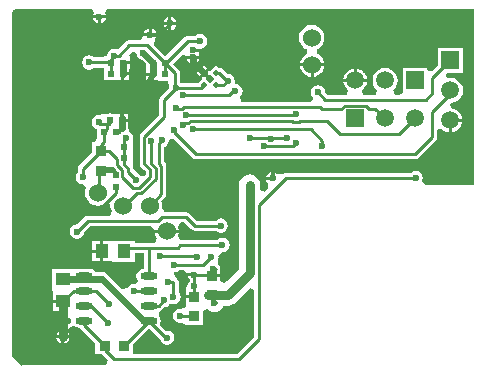
<source format=gbl>
G04 Layer_Physical_Order=2*
G04 Layer_Color=16711680*
%FSLAX25Y25*%
%MOIN*%
G70*
G01*
G75*
%ADD10R,0.04724X0.04488*%
%ADD11R,0.03347X0.03799*%
%ADD17R,0.02362X0.01968*%
%ADD18R,0.03799X0.03347*%
%ADD19R,0.04488X0.04724*%
%ADD34C,0.01000*%
%ADD35C,0.03150*%
%ADD36C,0.01181*%
%ADD37C,0.02362*%
%ADD41C,0.06000*%
%ADD42C,0.05905*%
%ADD43R,0.05905X0.05905*%
%ADD44R,0.05905X0.05905*%
%ADD45C,0.02362*%
%ADD46C,0.01968*%
%ADD47P,0.02784X4X360.0*%
%ADD48P,0.02227X4X360.0*%
%ADD49O,0.05709X0.02362*%
%ADD50R,0.17953X0.05118*%
%ADD51R,0.01968X0.02362*%
G36*
X59365Y-17300D02*
X62000D01*
Y-18300D01*
X59876D01*
X59945Y-18651D01*
X60427Y-19373D01*
Y-19928D01*
X59945Y-20649D01*
X59884Y-20956D01*
X59327Y-22252D01*
X59327Y-22252D01*
X59327Y-22252D01*
Y-24652D01*
X62000D01*
Y-25652D01*
X59327D01*
Y-28052D01*
X59327D01*
X59146Y-28567D01*
X57646Y-29180D01*
X57200Y-29092D01*
X56278Y-29275D01*
X55497Y-29797D01*
X54975Y-30578D01*
X54791Y-31500D01*
X54975Y-32422D01*
X55497Y-33203D01*
X56278Y-33725D01*
X57200Y-33909D01*
X57646Y-33820D01*
X57948Y-33999D01*
X59146Y-34729D01*
X59146Y-34729D01*
X59146Y-34729D01*
X64854D01*
Y-29792D01*
X66354Y-29283D01*
X66480Y-29446D01*
X67138Y-29951D01*
X67904Y-30268D01*
X68726Y-30377D01*
X69548Y-30268D01*
X70314Y-29951D01*
X70972Y-29446D01*
X71477Y-28788D01*
X71548Y-28616D01*
X71642D01*
Y-28391D01*
X71712Y-28222D01*
X73248D01*
X74173Y-28100D01*
X75035Y-27743D01*
X75775Y-27175D01*
X80600Y-22350D01*
X81986Y-22924D01*
Y-38690D01*
X76290Y-44386D01*
X43216D01*
X41729Y-44354D01*
Y-40843D01*
X46888Y-35684D01*
X50737Y-39533D01*
X50775Y-39722D01*
X51297Y-40503D01*
X52078Y-41025D01*
X53000Y-41208D01*
X53922Y-41025D01*
X54703Y-40503D01*
X55225Y-39722D01*
X55409Y-38800D01*
X55225Y-37878D01*
X54703Y-37097D01*
X53922Y-36575D01*
X53000Y-36391D01*
X52536Y-36484D01*
X50505Y-34453D01*
X50727Y-34122D01*
X50910Y-33200D01*
X50727Y-32278D01*
X50205Y-31497D01*
Y-30340D01*
X50436Y-29847D01*
X50756Y-29784D01*
X51312Y-29412D01*
X52044Y-28680D01*
X52822Y-28525D01*
X53603Y-28003D01*
X54018Y-27383D01*
X54128Y-27457D01*
X55050Y-27640D01*
X55971Y-27457D01*
X56753Y-26934D01*
X57275Y-26153D01*
X57458Y-25232D01*
X57275Y-24310D01*
X56764Y-23545D01*
Y-20339D01*
X56633Y-19683D01*
X56262Y-19127D01*
X56127Y-18992D01*
X55571Y-18620D01*
X55395Y-17090D01*
X56222Y-16925D01*
X56987Y-16414D01*
X58636D01*
X59365Y-17300D01*
D02*
G37*
G36*
X155100Y11900D02*
X138775D01*
X137973Y13400D01*
X138025Y13478D01*
X138208Y14400D01*
X138025Y15322D01*
X137503Y16103D01*
X136722Y16625D01*
X135800Y16808D01*
X134878Y16625D01*
X134113Y16114D01*
X92600D01*
X91944Y15984D01*
X91475Y15670D01*
X91451Y15660D01*
X91298Y15626D01*
X89672Y15872D01*
X88951Y16355D01*
X88600Y16424D01*
Y14300D01*
X88100D01*
Y13800D01*
X85976D01*
X86045Y13449D01*
X86528Y12728D01*
X86715Y10939D01*
X85460Y9684D01*
X84074Y10258D01*
Y12000D01*
X83952Y12925D01*
X83595Y13787D01*
X83027Y14527D01*
X82287Y15095D01*
X81425Y15452D01*
X80500Y15574D01*
X79575Y15452D01*
X78713Y15095D01*
X77973Y14527D01*
X77405Y13787D01*
X77048Y12925D01*
X76926Y12000D01*
Y-15916D01*
X72796Y-20046D01*
X72017Y-20609D01*
X70673Y-20095D01*
Y-18752D01*
X68000D01*
Y-17752D01*
X70673D01*
Y-15352D01*
X70495D01*
X70455Y-15149D01*
X69972Y-14427D01*
X69925Y-12822D01*
X70108Y-11900D01*
X70050Y-11606D01*
X71144Y-10407D01*
X71218Y-10372D01*
X71400Y-10408D01*
X72322Y-10225D01*
X73103Y-9703D01*
X73625Y-8922D01*
X73808Y-8000D01*
X73625Y-7078D01*
X73103Y-6297D01*
X72322Y-5775D01*
X71400Y-5592D01*
X70478Y-5775D01*
X69713Y-6286D01*
X57496D01*
X57273Y-6125D01*
X56493Y-4937D01*
X56697Y-4444D01*
X56769Y-3900D01*
X48831D01*
X48903Y-4444D01*
X49306Y-5417D01*
X49512Y-5686D01*
X48792Y-7186D01*
X42085D01*
Y-6457D01*
X35809D01*
X35235Y-6457D01*
X33810Y-6638D01*
X31640D01*
Y-10000D01*
Y-13362D01*
X33810D01*
X35235Y-13543D01*
X35809Y-13543D01*
X42085D01*
Y-10614D01*
X45114D01*
Y-15800D01*
X44233Y-15975D01*
X43452Y-16497D01*
X42930Y-17278D01*
X42747Y-18200D01*
X42930Y-19122D01*
X43301Y-19677D01*
X43216Y-19867D01*
X42568Y-20820D01*
X42468Y-20924D01*
X41800Y-20791D01*
X40878Y-20975D01*
X40097Y-21497D01*
X39627Y-22200D01*
X39539Y-22287D01*
X37969Y-22663D01*
X32843Y-17537D01*
X32062Y-17015D01*
X31140Y-16832D01*
X28972D01*
X28748Y-16497D01*
X27967Y-15975D01*
X27045Y-15791D01*
X23698D01*
X23243Y-15882D01*
X21743Y-15815D01*
X21743Y-15815D01*
X14657D01*
Y-22091D01*
X14657Y-22665D01*
X14657Y-22665D01*
X14838Y-23516D01*
X14838D01*
Y-26260D01*
X18200D01*
Y-27260D01*
X14838D01*
Y-30004D01*
X18194D01*
X18649Y-31504D01*
X18354Y-31701D01*
X17872Y-32423D01*
X17802Y-32774D01*
X19926D01*
Y-33774D01*
X17802D01*
X17872Y-34125D01*
X18354Y-34846D01*
X18454Y-34913D01*
X18297Y-35814D01*
X18003Y-36415D01*
X17349Y-36545D01*
X16627Y-37027D01*
X16145Y-37749D01*
X16076Y-38100D01*
X20324D01*
X20255Y-37749D01*
X19772Y-37027D01*
X19673Y-36961D01*
X19829Y-36060D01*
X20124Y-35458D01*
X20777Y-35328D01*
X21499Y-34846D01*
X22777Y-35425D01*
X23698Y-35609D01*
X23944D01*
X24160Y-35932D01*
X29071Y-40843D01*
Y-44354D01*
X31130D01*
X33176Y-46400D01*
X32555Y-47900D01*
X4700D01*
X4300Y-48300D01*
X1100Y-45100D01*
Y69066D01*
X1500Y70400D01*
X2834Y70800D01*
X27847D01*
X27890Y70755D01*
X28512Y69300D01*
X28345Y69051D01*
X28276Y68700D01*
X32524D01*
X32455Y69051D01*
X32288Y69300D01*
X32910Y70755D01*
X32953Y70800D01*
X155100D01*
Y11900D01*
D02*
G37*
%LPC*%
G36*
X115100Y50821D02*
X114568Y50751D01*
X113607Y50353D01*
X112781Y49719D01*
X112147Y48893D01*
X111749Y47932D01*
X111679Y47400D01*
X115100D01*
Y50821D01*
D02*
G37*
G36*
X47732Y48400D02*
X46050D01*
Y46916D01*
X47732D01*
Y48400D01*
D02*
G37*
G36*
X40350Y48700D02*
X38669D01*
Y47216D01*
X40350D01*
Y48700D01*
D02*
G37*
G36*
X105269Y51600D02*
X101800D01*
Y48131D01*
X102344Y48203D01*
X103317Y48606D01*
X104153Y49247D01*
X104794Y50083D01*
X105197Y51056D01*
X105269Y51600D01*
D02*
G37*
G36*
X100800D02*
X97331D01*
X97403Y51056D01*
X97806Y50083D01*
X98447Y49247D01*
X99283Y48606D01*
X100256Y48203D01*
X100800Y48131D01*
Y51600D01*
D02*
G37*
G36*
X116100Y50821D02*
Y47400D01*
X119521D01*
X119451Y47932D01*
X119053Y48893D01*
X118419Y49719D01*
X117593Y50353D01*
X116632Y50751D01*
X116100Y50821D01*
D02*
G37*
G36*
X39950Y35684D02*
X38269D01*
Y34200D01*
X39950D01*
Y35684D01*
D02*
G37*
G36*
X30640Y-10500D02*
X27896D01*
Y-13362D01*
X30640D01*
Y-10500D01*
D02*
G37*
G36*
X20324Y-39100D02*
X18700D01*
Y-40724D01*
X19051Y-40655D01*
X19772Y-40172D01*
X20255Y-39451D01*
X20324Y-39100D01*
D02*
G37*
G36*
X17700D02*
X16076D01*
X16145Y-39451D01*
X16627Y-40172D01*
X17349Y-40655D01*
X17700Y-40724D01*
Y-39100D01*
D02*
G37*
G36*
X151321Y33100D02*
X147900D01*
Y29679D01*
X148432Y29749D01*
X149393Y30147D01*
X150219Y30781D01*
X150853Y31607D01*
X151251Y32568D01*
X151321Y33100D01*
D02*
G37*
G36*
X87600Y16424D02*
X87249Y16355D01*
X86528Y15872D01*
X86045Y15151D01*
X85976Y14800D01*
X87600D01*
Y16424D01*
D02*
G37*
G36*
X30640Y-6638D02*
X27896D01*
Y-9500D01*
X30640D01*
Y-6638D01*
D02*
G37*
G36*
X56024Y65400D02*
X54400D01*
Y63776D01*
X54751Y63845D01*
X55472Y64328D01*
X55954Y65049D01*
X56024Y65400D01*
D02*
G37*
G36*
X53400D02*
X51776D01*
X51846Y65049D01*
X52328Y64328D01*
X53049Y63845D01*
X53400Y63776D01*
Y65400D01*
D02*
G37*
G36*
X47800Y64224D02*
Y62600D01*
X49424D01*
X49355Y62951D01*
X48873Y63673D01*
X48151Y64154D01*
X47800Y64224D01*
D02*
G37*
G36*
X29900Y67700D02*
X28276D01*
X28345Y67349D01*
X28828Y66628D01*
X29549Y66145D01*
X29900Y66076D01*
Y67700D01*
D02*
G37*
G36*
X54400Y68024D02*
Y66400D01*
X56024D01*
X55954Y66751D01*
X55472Y67472D01*
X54751Y67954D01*
X54400Y68024D01*
D02*
G37*
G36*
X53400D02*
X53049Y67954D01*
X52328Y67472D01*
X51846Y66751D01*
X51776Y66400D01*
X53400D01*
Y68024D01*
D02*
G37*
G36*
X32524Y67700D02*
X30900D01*
Y66076D01*
X31251Y66145D01*
X31973Y66628D01*
X32455Y67349D01*
X32524Y67700D01*
D02*
G37*
G36*
X61100Y54100D02*
X59476D01*
X59545Y53749D01*
X60027Y53027D01*
X60749Y52545D01*
X61100Y52476D01*
Y54100D01*
D02*
G37*
G36*
X65332Y51896D02*
X64421Y50986D01*
X65332Y50076D01*
X66242Y50986D01*
X65332Y51896D01*
D02*
G37*
G36*
X63714Y50279D02*
X62804Y49369D01*
X63714Y48458D01*
X64624Y49369D01*
X63714Y50279D01*
D02*
G37*
G36*
X63724Y54100D02*
X62100D01*
Y52476D01*
X62451Y52545D01*
X63173Y53027D01*
X63655Y53749D01*
X63724Y54100D01*
D02*
G37*
G36*
X46800Y64224D02*
X46449Y64154D01*
X45728Y63673D01*
X45245Y62951D01*
X45176Y62600D01*
X46800D01*
Y64224D01*
D02*
G37*
G36*
X64000Y62508D02*
X63078Y62325D01*
X62313Y61814D01*
X60000D01*
X59344Y61684D01*
X58788Y61312D01*
X52409Y54933D01*
X48638Y58704D01*
X48620Y58752D01*
X48873Y60527D01*
X49355Y61249D01*
X49424Y61600D01*
X45028D01*
X44367Y60516D01*
X44087Y60282D01*
X40268D01*
X39613Y60152D01*
X39057Y59781D01*
X36438Y57162D01*
X36278Y57269D01*
X35356Y57453D01*
X34434Y57269D01*
X33653Y56747D01*
X33131Y55966D01*
X32947Y55044D01*
X31969Y54965D01*
Y54741D01*
X31561Y54614D01*
X28687D01*
X27922Y55125D01*
X27000Y55309D01*
X26078Y55125D01*
X25297Y54603D01*
X24775Y53822D01*
X24591Y52900D01*
X24775Y51978D01*
X25297Y51197D01*
X26078Y50675D01*
X27000Y50491D01*
X27922Y50675D01*
X28687Y51186D01*
X31869D01*
Y47035D01*
X36594D01*
Y47216D01*
X37668D01*
Y49200D01*
X38168D01*
Y49700D01*
X40350D01*
Y50816D01*
X40450D01*
Y52300D01*
X38269D01*
Y53300D01*
X40450D01*
Y54784D01*
X40450D01*
X40258Y55247D01*
X41282Y56550D01*
X42337Y56513D01*
X42676Y56100D01*
X42845Y55249D01*
X43328Y54527D01*
X44049Y54045D01*
X44900Y53876D01*
X46050Y52579D01*
Y50716D01*
Y49400D01*
X48232D01*
Y48900D01*
X48731D01*
Y46916D01*
X49806D01*
Y46735D01*
X53232D01*
X53393Y46344D01*
X53738Y45235D01*
X53595Y44519D01*
X50788Y41712D01*
X50416Y41156D01*
X50286Y40500D01*
Y35396D01*
X44019Y29129D01*
X43648Y28573D01*
X43570Y28183D01*
X43147Y27929D01*
X42230Y28199D01*
X41525Y28722D01*
X41003Y29503D01*
X40222Y30025D01*
X39906Y31617D01*
X39950Y31716D01*
X39950D01*
Y33200D01*
X37769D01*
Y33700D01*
X37268D01*
Y35684D01*
X36194D01*
Y35865D01*
X34615D01*
X34587Y35884D01*
X33931Y36014D01*
X33276Y35884D01*
X33248Y35865D01*
X31469D01*
Y35865D01*
X30162Y35401D01*
X29278Y35225D01*
X28497Y34703D01*
X27975Y33922D01*
X27792Y33000D01*
X27975Y32078D01*
X28497Y31297D01*
X29278Y30775D01*
X29669Y30697D01*
Y27635D01*
X28959Y26429D01*
X27946D01*
Y22918D01*
X23688Y18660D01*
X23316Y18104D01*
X23186Y17448D01*
Y16335D01*
X22675Y15570D01*
X22491Y14648D01*
X22675Y13726D01*
X23197Y12945D01*
X23978Y12423D01*
X24900Y12240D01*
X24909Y12241D01*
X24938Y12224D01*
X25899Y10909D01*
X25727Y10492D01*
X25583Y9400D01*
X25727Y8309D01*
X26148Y7291D01*
X26818Y6418D01*
X27691Y5748D01*
X28708Y5327D01*
X29800Y5183D01*
X30891Y5327D01*
X31909Y5748D01*
X32613Y6289D01*
X33238Y6114D01*
X34034Y5585D01*
X33983Y5200D01*
X34126Y4109D01*
X34456Y3314D01*
X34146Y2528D01*
X33637Y1814D01*
X26504D01*
X25848Y1684D01*
X25292Y1312D01*
X22933Y-1047D01*
X22030Y-1227D01*
X21249Y-1749D01*
X20727Y-2530D01*
X20543Y-3452D01*
X20727Y-4374D01*
X21249Y-5155D01*
X22030Y-5677D01*
X22952Y-5861D01*
X23874Y-5677D01*
X24655Y-5155D01*
X25177Y-4374D01*
X25357Y-3471D01*
X27214Y-1614D01*
X47731D01*
X48650Y-2900D01*
X56769D01*
X56697Y-2356D01*
X56514Y-1914D01*
X57165Y-647D01*
X57441Y-414D01*
X58690D01*
X60988Y-2712D01*
X61544Y-3084D01*
X62200Y-3214D01*
X69144D01*
X69909Y-3725D01*
X70831Y-3909D01*
X71752Y-3725D01*
X72534Y-3203D01*
X73056Y-2422D01*
X73239Y-1500D01*
X73056Y-578D01*
X72534Y203D01*
X71752Y725D01*
X70831Y908D01*
X69909Y725D01*
X69144Y214D01*
X62910D01*
X60612Y2512D01*
X60056Y2884D01*
X59400Y3014D01*
X52344D01*
X51874Y3454D01*
X51227Y4514D01*
X51317Y5200D01*
X51174Y6291D01*
X51010Y6686D01*
X52155Y7831D01*
X52527Y8387D01*
X52657Y9043D01*
Y18503D01*
X52527Y19159D01*
X52155Y19715D01*
X51957Y19913D01*
Y24662D01*
X52022Y24675D01*
X52803Y25197D01*
X53325Y25978D01*
X53500Y26855D01*
X53699Y26992D01*
X54904Y27572D01*
X61256Y21219D01*
X61813Y20848D01*
X62468Y20718D01*
X135632D01*
X136287Y20848D01*
X136844Y21219D01*
X142412Y26788D01*
X142784Y27344D01*
X142914Y28000D01*
Y30489D01*
X144414Y30998D01*
X144581Y30781D01*
X145407Y30147D01*
X146368Y29749D01*
X146900Y29679D01*
Y33600D01*
X147400D01*
Y34100D01*
X151321D01*
X151251Y34632D01*
X150853Y35593D01*
X150219Y36419D01*
X149393Y37053D01*
X148432Y37451D01*
X148157Y37487D01*
X147617Y38091D01*
X147346Y38876D01*
X147339Y39038D01*
X147693Y39469D01*
X148479Y39573D01*
X149485Y39989D01*
X150348Y40652D01*
X151011Y41515D01*
X151427Y42521D01*
X151569Y43600D01*
X151427Y44679D01*
X151011Y45685D01*
X150348Y46548D01*
X149485Y47211D01*
X148479Y47627D01*
X147400Y47769D01*
X146695Y47677D01*
X145984Y48543D01*
X145810Y49013D01*
X146138Y49466D01*
X151534D01*
Y57734D01*
X143266D01*
Y51890D01*
X141234Y49858D01*
X139734Y50479D01*
Y51034D01*
X131466D01*
Y42766D01*
X130195Y42214D01*
X128748D01*
X128239Y43714D01*
X128548Y43952D01*
X129211Y44815D01*
X129627Y45821D01*
X129770Y46900D01*
X129627Y47979D01*
X129211Y48985D01*
X128548Y49848D01*
X127685Y50511D01*
X126679Y50927D01*
X125600Y51069D01*
X124521Y50927D01*
X123515Y50511D01*
X122652Y49848D01*
X121989Y48985D01*
X121573Y47979D01*
X121431Y46900D01*
X121573Y45821D01*
X121989Y44815D01*
X122652Y43952D01*
X122961Y43714D01*
X122452Y42214D01*
X118345D01*
X117941Y43714D01*
X118419Y44081D01*
X119053Y44907D01*
X119451Y45868D01*
X119521Y46400D01*
X115600D01*
X111679D01*
X111749Y45868D01*
X112147Y44907D01*
X112781Y44081D01*
X113259Y43714D01*
X112855Y42214D01*
X106410D01*
X105705Y42919D01*
X105525Y43822D01*
X105003Y44603D01*
X104222Y45125D01*
X103300Y45309D01*
X102378Y45125D01*
X101597Y44603D01*
X101075Y43822D01*
X100891Y42900D01*
X101075Y41978D01*
X101540Y41282D01*
X101440Y40817D01*
X101014Y39783D01*
X77863D01*
X77649Y40057D01*
X77403Y41697D01*
X77925Y42478D01*
X78109Y43400D01*
X77925Y44322D01*
X77403Y45103D01*
X76622Y45625D01*
X75700Y45809D01*
X75508Y46800D01*
X75325Y47722D01*
X74803Y48503D01*
X74022Y49025D01*
X73100Y49209D01*
X72863Y49161D01*
X71443Y50581D01*
X70887Y50952D01*
X70365Y51056D01*
X69269Y52152D01*
X67311Y50195D01*
X67300Y50206D01*
X67161Y50067D01*
X66949Y50279D01*
X65685Y49015D01*
X64421Y47751D01*
X64633Y47539D01*
X64494Y47400D01*
X64505Y47389D01*
X63330Y46214D01*
X57687D01*
X57214Y46530D01*
Y49369D01*
X57084Y50024D01*
X56712Y50581D01*
X54808Y52484D01*
X58088Y55764D01*
X59299Y55100D01*
X63724D01*
X63655Y55451D01*
X63447Y55762D01*
X63585Y56245D01*
X63655Y56349D01*
X63746Y56807D01*
X63865Y57226D01*
X64922Y57875D01*
X65703Y58397D01*
X66225Y59178D01*
X66408Y60100D01*
X66225Y61022D01*
X65703Y61803D01*
X64922Y62325D01*
X64000Y62508D01*
D02*
G37*
G36*
X101100Y65417D02*
X100008Y65273D01*
X98991Y64852D01*
X98118Y64182D01*
X97448Y63309D01*
X97026Y62292D01*
X96883Y61200D01*
X97026Y60109D01*
X97448Y59091D01*
X98118Y58218D01*
X98991Y57548D01*
X99536Y57322D01*
X99637Y55741D01*
X99283Y55594D01*
X98447Y54953D01*
X97806Y54117D01*
X97403Y53144D01*
X97331Y52600D01*
X105269D01*
X105197Y53144D01*
X104794Y54117D01*
X104153Y54953D01*
X103317Y55594D01*
X102864Y55782D01*
X102810Y57383D01*
X103209Y57548D01*
X104082Y58218D01*
X104752Y59091D01*
X105174Y60109D01*
X105317Y61200D01*
X105174Y62292D01*
X104752Y63309D01*
X104082Y64182D01*
X103209Y64852D01*
X102191Y65273D01*
X101100Y65417D01*
D02*
G37*
%LPD*%
D10*
X18200Y-26760D02*
D03*
Y-19240D02*
D03*
D11*
X30800Y16852D02*
D03*
Y23348D02*
D03*
X62000Y-31648D02*
D03*
Y-25152D02*
D03*
X68000Y-24748D02*
D03*
Y-18252D02*
D03*
D17*
X42669Y21100D02*
D03*
X38732D02*
D03*
X42669Y24700D02*
D03*
X38732D02*
D03*
X48232Y52700D02*
D03*
X52169D02*
D03*
X38269Y52800D02*
D03*
X34332D02*
D03*
X38168Y49200D02*
D03*
X34231D02*
D03*
X37769Y33700D02*
D03*
X33832D02*
D03*
X35969Y29800D02*
D03*
X32032D02*
D03*
X48232Y48900D02*
D03*
X52169D02*
D03*
D18*
X38648Y-41500D02*
D03*
X32152D02*
D03*
D19*
X31140Y-10000D02*
D03*
X38660D02*
D03*
D34*
X44900Y56032D02*
Y56100D01*
X46349Y58569D02*
X52169Y52749D01*
X36772Y55072D02*
X40268Y58569D01*
X46349D01*
X34231Y53920D02*
X35356Y55044D01*
X35383Y55072D01*
X50100Y62100D02*
X53900Y65900D01*
X47300Y62100D02*
X50100D01*
X74900Y43400D02*
X75700D01*
X72800Y46800D02*
X73100D01*
X71732Y45432D02*
X73100Y46800D01*
X52600Y52700D02*
X60000Y60100D01*
X64000D01*
X52169Y52700D02*
X52600D01*
X39760Y-8900D02*
X56500D01*
X46828Y-18200D02*
Y-8928D01*
X27500Y-28200D02*
X33200Y-33900D01*
X25372Y-28200D02*
X27500D01*
X29300Y-23200D02*
X33700Y-27600D01*
X25372Y-23200D02*
X29300D01*
X46828Y-33320D02*
Y-33200D01*
X38648Y-41500D02*
X46828Y-33320D01*
X52428Y-38800D02*
X53000D01*
X46828Y-33200D02*
X52428Y-38800D01*
X45100Y-33200D02*
X46828D01*
X52169Y52700D02*
Y52749D01*
X35383Y55072D02*
X36772D01*
X52000Y34686D02*
Y40500D01*
X33832Y17100D02*
X34600Y17868D01*
X33743Y23348D02*
X36263Y20828D01*
X30800Y23348D02*
X33743D01*
X39163Y27800D02*
X39300D01*
X38732Y27369D02*
X39163Y27800D01*
X38732Y24700D02*
Y27369D01*
Y21100D02*
Y24700D01*
X52000Y40500D02*
X56000Y44500D01*
X58900Y35000D02*
X59400Y35500D01*
X95700D01*
X60909Y33400D02*
X94509D01*
X60072Y32563D02*
X60909Y33400D01*
X61700Y30700D02*
X100800D01*
X55800Y37600D02*
Y38200D01*
X58400Y42000D02*
X73500D01*
X58350Y32050D02*
X58863Y32563D01*
X58477Y38069D02*
X103959D01*
X80500Y27700D02*
X87500D01*
X85194Y25106D02*
X85268Y25032D01*
X87700Y27500D02*
X87800Y27600D01*
X87500Y27700D02*
X87700Y27500D01*
X87800Y27600D02*
X92900D01*
X38660Y-10000D02*
X39760Y-8900D01*
X56500D02*
X57400Y-8000D01*
X71400D01*
X62900Y-12200D02*
X63000Y-12100D01*
X64900Y-14700D02*
X67700Y-11900D01*
X55300Y-14700D02*
X64900D01*
X57348Y-31648D02*
X62000D01*
X57200Y-31500D02*
X57348Y-31648D01*
X50500Y-11600D02*
X62300D01*
X62900Y-12200D01*
X53104Y-20204D02*
X54915D01*
X55050Y-20339D01*
Y-25232D02*
Y-20339D01*
X51900Y-26400D02*
Y-26300D01*
X50100Y-28200D02*
X51900Y-26400D01*
X46828Y-28200D02*
X50100D01*
X41800Y-23200D02*
X46828D01*
X18200Y-35000D02*
X19926Y-33274D01*
X49900Y100D02*
X51100Y1300D01*
X59400D01*
X62200Y-1500D01*
X70831D01*
X55200Y29700D02*
Y30500D01*
Y29700D02*
X62468Y22432D01*
X141400Y47600D02*
X147400Y53600D01*
X141400Y42600D02*
Y47600D01*
X139300Y40500D02*
X141400Y42600D01*
X105700Y40500D02*
X139300D01*
X103300Y42900D02*
X105700Y40500D01*
X95700Y35500D02*
X95800Y35600D01*
X103959Y38069D02*
X104528Y37500D01*
X57909D02*
X58477Y38069D01*
X97091Y33400D02*
X106100D01*
X96823Y33132D02*
X97091Y33400D01*
X94778Y33132D02*
X96823D01*
X94509Y33400D02*
X94778Y33132D01*
X120126Y37500D02*
X122400D01*
X119086Y38540D02*
X120126Y37500D01*
X112114Y38540D02*
X119086D01*
X111074Y37500D02*
X112114Y38540D01*
X104528Y37500D02*
X111074D01*
X122400D02*
X125600Y34300D01*
X56580Y37500D02*
X57909D01*
X58863Y32563D02*
X60072D01*
X55500Y45000D02*
X56000Y44500D01*
X64400D01*
X65332Y45432D01*
X55700Y38300D02*
X55800Y38200D01*
X65332Y49369D02*
X67300Y47400D01*
X70231Y49369D02*
X72800Y46800D01*
X69269Y49369D02*
X70231D01*
X69269Y45432D02*
X71732D01*
X73500Y42000D02*
X74900Y43400D01*
X52169Y48900D02*
Y52700D01*
X55500Y49369D01*
Y45000D02*
Y49369D01*
X55740Y38340D02*
X56580Y37500D01*
X55700Y38300D02*
X55740Y38340D01*
X34231Y52900D02*
Y53920D01*
X106100Y33400D02*
X110500Y29000D01*
X104700Y24900D02*
Y26800D01*
X135632Y22432D02*
X141200Y28000D01*
X62468Y22432D02*
X135632D01*
X100800Y30700D02*
X104700Y26800D01*
X94832Y25032D02*
X95800Y26000D01*
X85268Y25032D02*
X94832D01*
X141200Y28000D02*
Y36300D01*
X147400Y42500D01*
Y43600D01*
X24900Y17448D02*
X30800Y23348D01*
X24900Y14648D02*
Y17448D01*
X26504Y100D02*
X49900D01*
X22952Y-3452D02*
X26504Y100D01*
X30800Y16852D02*
X30817Y16869D01*
X30200Y16252D02*
X30800Y16852D01*
X30200Y10500D02*
Y16252D01*
X30800Y23348D02*
Y25300D01*
X33700Y32500D02*
X33832Y32631D01*
Y34200D01*
X33931Y34300D01*
X30100Y32500D02*
X33700D01*
X37868Y34300D02*
X37915Y34347D01*
Y37069D01*
X46576Y47245D02*
X48232Y48900D01*
X46576Y45731D02*
Y47245D01*
X38168Y52700D02*
X38269Y52800D01*
X37915Y48946D02*
X38168Y49200D01*
X37915Y45731D02*
Y48946D01*
X34231Y49200D02*
X34332Y49300D01*
Y52800D01*
X34231Y52900D02*
X34332Y52800D01*
X27000Y52900D02*
X34231D01*
X32152Y-42952D02*
Y-41500D01*
Y-42952D02*
X35300Y-46100D01*
X77000D01*
X83700Y-39400D01*
X130300Y29000D02*
X135600Y34300D01*
X110500Y29000D02*
X130300D01*
X62000Y-21322D02*
Y-17800D01*
X61900Y-25052D02*
X62000Y-25152D01*
Y-21500D01*
X25372Y-34720D02*
Y-33200D01*
Y-34720D02*
X32152Y-41500D01*
X21760Y-23200D02*
X25372D01*
X18200Y-26760D02*
X21760Y-23200D01*
X68400Y-16000D02*
X69100D01*
X67300Y-17800D02*
X69100Y-16000D01*
X62000Y-17800D02*
X67300D01*
X36263Y18828D02*
Y20828D01*
X30817Y16869D02*
X35600D01*
X34600Y17868D02*
X35600Y16869D01*
X33500Y17100D02*
X33832D01*
X39859Y16541D02*
Y17723D01*
X38732Y18851D02*
X39859Y17723D01*
X38732Y18851D02*
Y21100D01*
X36245Y18810D02*
X38072Y16983D01*
X38200Y5200D02*
X40300D01*
X61600Y54600D02*
X63854D01*
X61600Y57200D02*
X61900Y56900D01*
X35800Y9300D02*
Y11332D01*
X30900Y4400D02*
X35800Y9300D01*
X83700Y-39400D02*
Y5500D01*
X92600Y14400D01*
X135800D01*
X88100Y14300D02*
Y16900D01*
X87200Y17800D02*
X88100Y16900D01*
X50243Y26043D02*
X51100Y26900D01*
X45137Y19254D02*
Y26549D01*
X45232Y26643D01*
Y27918D01*
X52000Y34686D01*
X61900Y56900D02*
X63900D01*
X63854Y54600D02*
X63900Y54646D01*
Y56900D01*
X36768Y29800D02*
X37868Y30900D01*
X35969Y29800D02*
X36768D01*
X30800Y25300D02*
X32032Y26531D01*
Y29800D01*
X32900Y30669D01*
Y32631D01*
X33832D01*
X30100Y32500D02*
X30200Y32600D01*
Y33000D01*
X47700Y19219D02*
Y26700D01*
X44700Y16000D02*
X44900D01*
X50243Y19203D02*
X50943Y18503D01*
X50243Y19203D02*
Y26043D01*
X39859Y16541D02*
X42600Y13800D01*
Y13600D02*
Y13800D01*
X41578Y11131D02*
X43622D01*
X38719Y5200D02*
X42863Y9344D01*
X44000Y16700D02*
X44700Y16000D01*
X38072Y14637D02*
X41578Y11131D01*
X50943Y9043D02*
Y18503D01*
X42863Y9344D02*
X44363D01*
X49156Y14137D01*
Y17763D01*
X43622Y11131D02*
X47368Y14877D01*
Y17022D01*
X47100Y5200D02*
X50943Y9043D01*
X38072Y14637D02*
Y16983D01*
X45137Y19254D02*
X47368Y17022D01*
X47700Y19219D02*
X49156Y17763D01*
D35*
X18200Y-35000D02*
Y-26760D01*
Y-38600D02*
Y-35000D01*
X66700Y-24648D02*
X73248D01*
X80500Y-17396D01*
Y12000D01*
D36*
X68726Y-27200D02*
X69252D01*
X66700Y-24648D02*
X69252Y-27200D01*
D37*
X44900Y56032D02*
X48232Y52700D01*
X61600Y53100D02*
X65332Y49369D01*
X20560Y-19240D02*
X31140D01*
X45100Y-33200D01*
X42669Y18032D02*
X44000Y16700D01*
X42669Y21100D02*
Y24700D01*
X48232Y48900D02*
Y52700D01*
X38168Y49200D02*
Y52700D01*
X42669Y18032D02*
Y21100D01*
X61600Y53100D02*
Y54600D01*
X42669Y24700D02*
Y36647D01*
X42246Y37069D02*
X42669Y36647D01*
X37868Y30900D02*
Y34300D01*
D41*
X101100Y61200D02*
D03*
X29800Y9400D02*
D03*
X47100Y5200D02*
D03*
X101300Y52100D02*
D03*
X38200Y5200D02*
D03*
X52800Y-3400D02*
D03*
D42*
X135600Y34300D02*
D03*
X125600D02*
D03*
X115600Y46900D02*
D03*
X125600D02*
D03*
X147400Y33600D02*
D03*
Y43600D02*
D03*
D43*
X115600Y34300D02*
D03*
X135600Y46900D02*
D03*
D44*
X147400Y53600D02*
D03*
D45*
X150894Y66205D02*
D03*
X152863Y62268D02*
D03*
Y54394D02*
D03*
Y46520D02*
D03*
Y38646D02*
D03*
Y30772D02*
D03*
X150894Y26835D02*
D03*
X152863Y22898D02*
D03*
X150894Y18961D02*
D03*
X152863Y15024D02*
D03*
X146957Y66205D02*
D03*
X148925Y62268D02*
D03*
X146957Y26835D02*
D03*
X148925Y22898D02*
D03*
X146957Y18961D02*
D03*
X148925Y15024D02*
D03*
X143020Y66205D02*
D03*
X144989Y62268D02*
D03*
Y22898D02*
D03*
Y15024D02*
D03*
X139083Y66205D02*
D03*
X141051Y62268D02*
D03*
Y54394D02*
D03*
Y15024D02*
D03*
X135146Y66205D02*
D03*
X137114Y62268D02*
D03*
X135146Y18961D02*
D03*
X131209Y66205D02*
D03*
Y18961D02*
D03*
X127272Y66205D02*
D03*
Y18961D02*
D03*
X123335Y66205D02*
D03*
Y18961D02*
D03*
X119398Y66205D02*
D03*
Y50457D02*
D03*
Y18961D02*
D03*
X115461Y66205D02*
D03*
Y18961D02*
D03*
X111524Y66205D02*
D03*
Y50457D02*
D03*
Y18961D02*
D03*
X107587Y66205D02*
D03*
X109555Y54394D02*
D03*
X107587Y50457D02*
D03*
X109555Y46520D02*
D03*
X107587Y18961D02*
D03*
X103650Y66205D02*
D03*
X105618Y46520D02*
D03*
X103650Y18961D02*
D03*
X101681Y46520D02*
D03*
X97744D02*
D03*
X95776Y42583D02*
D03*
X93807Y46520D02*
D03*
X74122Y-32220D02*
D03*
X72154Y-36157D02*
D03*
X74122Y-40094D02*
D03*
X70185Y-32220D02*
D03*
X68217Y-36157D02*
D03*
X70185Y-40094D02*
D03*
X66248Y-32220D02*
D03*
X64280Y-36157D02*
D03*
X66248Y-40094D02*
D03*
X60343Y-4661D02*
D03*
Y-36157D02*
D03*
X62311Y-40094D02*
D03*
X56406Y-36157D02*
D03*
X58374Y-40094D02*
D03*
X54437Y22898D02*
D03*
X44595Y-4661D02*
D03*
X24910Y66205D02*
D03*
Y58331D02*
D03*
X26878Y30772D02*
D03*
X24910Y26835D02*
D03*
Y-44031D02*
D03*
X20973Y66205D02*
D03*
X22941Y62268D02*
D03*
X20973Y58331D02*
D03*
X22941Y54394D02*
D03*
Y22898D02*
D03*
X20973Y18961D02*
D03*
X22941Y-8598D02*
D03*
X17036Y66205D02*
D03*
X19004Y62268D02*
D03*
X17036Y58331D02*
D03*
X19004Y22898D02*
D03*
X17036Y18961D02*
D03*
X19004Y-724D02*
D03*
X17036Y-4661D02*
D03*
X13099Y66205D02*
D03*
X15067Y62268D02*
D03*
X13099Y58331D02*
D03*
X15067Y22898D02*
D03*
X13099Y18961D02*
D03*
X15067Y-724D02*
D03*
X13099Y-4661D02*
D03*
X15067Y-8598D02*
D03*
X9162Y66205D02*
D03*
Y58331D02*
D03*
X11130Y22898D02*
D03*
X9162Y18961D02*
D03*
X11130Y15024D02*
D03*
X9162Y11087D02*
D03*
X11130Y7150D02*
D03*
X9162Y3213D02*
D03*
X11130Y-724D02*
D03*
X9162Y-4661D02*
D03*
X5225Y66205D02*
D03*
X7193Y62268D02*
D03*
X5225Y58331D02*
D03*
X7193Y22898D02*
D03*
X5225Y18961D02*
D03*
X7193Y15024D02*
D03*
X5225Y11087D02*
D03*
X7193Y7150D02*
D03*
X5225Y3213D02*
D03*
X7193Y-724D02*
D03*
X5225Y-4661D02*
D03*
Y-44031D02*
D03*
X44900Y56100D02*
D03*
X35356Y55044D02*
D03*
X47300Y62100D02*
D03*
X53900Y65900D02*
D03*
X61600Y54600D02*
D03*
X75700Y43400D02*
D03*
X73100Y46800D02*
D03*
X61600Y57200D02*
D03*
X33200Y-33900D02*
D03*
X33700Y-27600D02*
D03*
X53000Y-38800D02*
D03*
X39300Y27800D02*
D03*
X59400Y35500D02*
D03*
X61700Y30700D02*
D03*
X55800Y37600D02*
D03*
X58400Y42000D02*
D03*
X58350Y32050D02*
D03*
X80500Y27700D02*
D03*
X85194Y25106D02*
D03*
X87700Y27500D02*
D03*
X92900Y27600D02*
D03*
X71400Y-8000D02*
D03*
X63000Y-12100D02*
D03*
X57200Y-31500D02*
D03*
X50500Y-11600D02*
D03*
X53104Y-20204D02*
D03*
X55050Y-25232D02*
D03*
X51900Y-26300D02*
D03*
X41800Y-23200D02*
D03*
X19926Y-33274D02*
D03*
X70831Y-1500D02*
D03*
X55200Y30500D02*
D03*
X55300Y-14700D02*
D03*
X67700Y-11900D02*
D03*
X103300Y42900D02*
D03*
X95800Y35600D02*
D03*
X56000Y44500D02*
D03*
X64000Y60100D02*
D03*
X104700Y24900D02*
D03*
X95800Y26000D02*
D03*
X135800Y14400D02*
D03*
X24900Y14648D02*
D03*
X22952Y-3452D02*
D03*
X30400Y68200D02*
D03*
X27000Y52900D02*
D03*
X25700Y45200D02*
D03*
Y37200D02*
D03*
X22800Y35600D02*
D03*
X19379Y35536D02*
D03*
X16017D02*
D03*
X12655D02*
D03*
X9293D02*
D03*
X5930D02*
D03*
X16200Y45700D02*
D03*
X23100Y45600D02*
D03*
X9300Y45700D02*
D03*
X19400D02*
D03*
X12800D02*
D03*
X5900D02*
D03*
X62000Y-21500D02*
D03*
Y-17800D02*
D03*
X61900Y-25052D02*
D03*
X80500Y11791D02*
D03*
Y9400D02*
D03*
X20560Y-19240D02*
D03*
X18200Y-38600D02*
D03*
X68400Y-16000D02*
D03*
X68726Y-27200D02*
D03*
X33500Y17100D02*
D03*
X88100Y14300D02*
D03*
X51100Y26900D02*
D03*
X47700Y26700D02*
D03*
X30200Y33000D02*
D03*
X44900Y16000D02*
D03*
X42600Y13600D02*
D03*
X11130Y62268D02*
D03*
D46*
X37915Y45731D02*
D03*
X42246D02*
D03*
X46576D02*
D03*
X37915Y41400D02*
D03*
X42246D02*
D03*
X46576D02*
D03*
X37915Y37069D02*
D03*
X42246D02*
D03*
X46576D02*
D03*
D47*
X67300Y47400D02*
D03*
D48*
X65332Y49369D02*
D03*
Y45432D02*
D03*
X69269Y49369D02*
D03*
Y45432D02*
D03*
D49*
X25372Y-33200D02*
D03*
Y-23200D02*
D03*
Y-28200D02*
D03*
Y-18200D02*
D03*
X46828Y-33200D02*
D03*
Y-28200D02*
D03*
Y-18200D02*
D03*
Y-23200D02*
D03*
D50*
X12300Y29550D02*
D03*
Y51400D02*
D03*
D51*
X35800Y11332D02*
D03*
Y15269D02*
D03*
M02*

</source>
